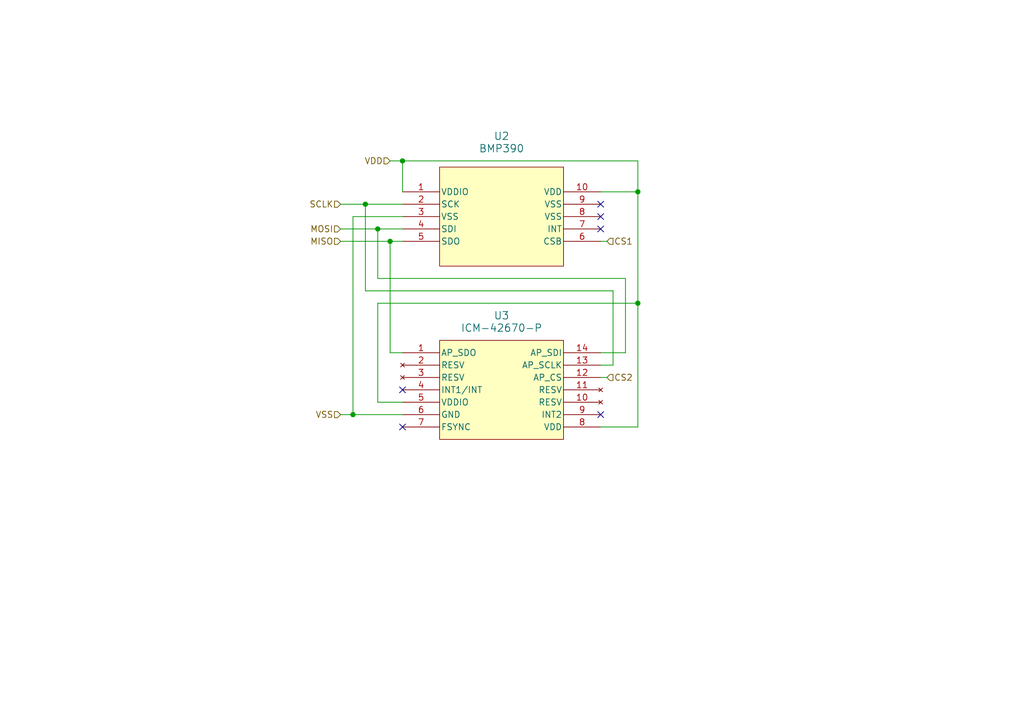
<source format=kicad_sch>
(kicad_sch (version 20250114) (generator "eeschema") (generator_version "9.0")
  (paper "A5")
  (lib_symbols
    (symbol "BMP390:BMP390" (pin_names (offset 0.254))
      (property "Reference" "U3" (at 20.32 10.16 0))
      (property "Value" "BMP390" (at 20.32 7.62 0))
      (symbol "BMP390_0_1"
        (pin power_in line (at 0 0 0) (length 7.62) (name "VDDIO") (number "1"))
        (pin input line (at 0 -2.54 0) (length 7.62) (name "SCK") (number "2"))
        (pin power_out line (at 0 -5.08 0) (length 7.62) (name "VSS") (number "3"))
        (pin bidirectional line (at 0 -7.62 0) (length 7.62) (name "SDI") (number "4"))
        (pin bidirectional line (at 0 -10.16 0) (length 7.62) (name "SDO") (number "5"))
        (pin power_in line (at 40.64 0 180) (length 7.62) (name "VDD") (number "10"))
        (pin power_out line (at 40.64 -2.54 180) (length 7.62) (name "VSS") (number "9"))
        (pin power_out line (at 40.64 -5.08 180) (length 7.62) (name "VSS") (number "8"))
        (pin input line (at 40.64 -7.62 180) (length 7.62) (name "INT") (number "7"))
        (pin input line (at 40.64 -10.16 180) (length 7.62) (name "CSB") (number "6"))
      )
      (symbol "BMP390_1_1"
        (rectangle (start 7.62 5.08) (end 33.02 -15.24) (fill (type color) (color 255 255 194 1)))
      )
    )
    (symbol "ICM-42670-P:ICM-42670-P" (pin_names (offset 0.254))
      (property "Reference" "U" (at 12.7 4.064 0))
      (property "Value" "ICM-42670-P" (at 12.7 1.524 0))
      (symbol "ICM-42670-P_0_1"
        (pin no_connect line (at -7.62 -5.08 0) (length 7.62) (name "RESV") (number "2"))
        (pin no_connect line (at -7.62 -7.62 0) (length 7.62) (name "RESV") (number "3"))
        (pin output line (at -7.62 -10.16 0) (length 7.62) (name "INT1/INT") (number "4"))
        (pin power_in line (at -7.62 -12.7 0) (length 7.62) (name "VDDIO") (number "5"))
        (pin power_out line (at -7.62 -15.24 0) (length 7.62) (name "GND") (number "6"))
        (pin input line (at -7.62 -17.78 0) (length 7.62) (name "FSYNC") (number "7"))
        (pin input line (at 33.02 -7.62 180) (length 7.62) (name "AP_CS") (number "12"))
        (pin no_connect line (at 33.02 -10.16 180) (length 7.62) (name "RESV") (number "11"))
        (pin no_connect line (at 33.02 -12.7 180) (length 7.62) (name "RESV") (number "10"))
        (pin output line (at 33.02 -15.24 180) (length 7.62) (name "INT2") (number "9"))
      )
      (symbol "ICM-42670-P_1_1"
        (rectangle (start 0 0) (end 25.3999 -20.32) (fill (type color) (color 255 255 194 1)))
        (pin bidirectional line (at -7.62 -2.54 0) (length 7.62) (name "AP_SDO") (number "1"))
        (pin bidirectional line (at 33.02 -2.54 180) (length 7.62) (name "AP_SDI") (number "14"))
        (pin bidirectional line (at 33.02 -5.08 180) (length 7.62) (name "AP_SCLK") (number "13"))
        (pin input line (at 33.02 -17.78 180) (length 7.62) (name "VDD") (number "8"))
      )
    )
  )
  (junction (at 77.47 46.99))
  (junction (at 130.81 39.37))
  (junction (at 72.39 85.09))
  (junction (at 80.01 49.53))
  (junction (at 82.55 33.02))
  (junction (at 130.81 62.23))
  (junction (at 74.93 41.91))
  (no_connect (at 123.19 44.45))
  (no_connect (at 82.55 80.01))
  (no_connect (at 82.55 87.63))
  (no_connect (at 123.19 41.91))
  (no_connect (at 123.19 85.09))
  (no_connect (at 123.19 46.99))
  (wire (pts (xy 74.93 59.69) (xy 74.93 41.91)))
  (wire (pts (xy 128.27 72.39) (xy 123.19 72.39)))
  (wire (pts (xy 82.55 39.37) (xy 82.55 33.02)))
  (wire (pts (xy 72.39 44.45) (xy 72.39 85.09)))
  (wire (pts (xy 82.55 33.02) (xy 130.81 33.02)))
  (wire (pts (xy 69.85 46.99) (xy 77.47 46.99)))
  (wire (pts (xy 77.47 57.15) (xy 128.27 57.15)))
  (wire (pts (xy 123.19 87.63) (xy 130.81 87.63)))
  (wire (pts (xy 74.93 41.91) (xy 82.55 41.91)))
  (wire (pts (xy 80.01 49.53) (xy 82.55 49.53)))
  (wire (pts (xy 123.19 49.53) (xy 124.46 49.53)))
  (wire (pts (xy 123.19 77.47) (xy 124.46 77.47)))
  (wire (pts (xy 125.73 74.93) (xy 125.73 59.69)))
  (wire (pts (xy 130.81 87.63) (xy 130.81 62.23)))
  (wire (pts (xy 77.47 62.23) (xy 130.81 62.23)))
  (wire (pts (xy 77.47 82.55) (xy 77.47 62.23)))
  (wire (pts (xy 130.81 39.37) (xy 123.19 39.37)))
  (wire (pts (xy 77.47 46.99) (xy 77.47 57.15)))
  (wire (pts (xy 80.01 72.39) (xy 80.01 49.53)))
  (wire (pts (xy 125.73 59.69) (xy 74.93 59.69)))
  (wire (pts (xy 130.81 62.23) (xy 130.81 39.37)))
  (wire (pts (xy 123.19 74.93) (xy 125.73 74.93)))
  (wire (pts (xy 69.85 41.91) (xy 74.93 41.91)))
  (wire (pts (xy 82.55 72.39) (xy 80.01 72.39)))
  (wire (pts (xy 72.39 85.09) (xy 82.55 85.09)))
  (wire (pts (xy 128.27 57.15) (xy 128.27 72.39)))
  (wire (pts (xy 77.47 46.99) (xy 82.55 46.99)))
  (wire (pts (xy 80.01 33.02) (xy 82.55 33.02)))
  (wire (pts (xy 82.55 44.45) (xy 72.39 44.45)))
  (wire (pts (xy 69.85 49.53) (xy 80.01 49.53)))
  (wire (pts (xy 69.85 85.09) (xy 72.39 85.09)))
  (wire (pts (xy 82.55 82.55) (xy 77.47 82.55)))
  (wire (pts (xy 130.81 33.02) (xy 130.81 39.37)))
  (hierarchical_label "CS1" (shape input) (at 124.46 49.53 0))
  (hierarchical_label "CS2" (shape input) (at 124.46 77.47 0))
  (hierarchical_label "VDD" (shape input) (at 80.01 33.02 180))
  (hierarchical_label "SCLK" (shape input) (at 69.85 41.91 180))
  (hierarchical_label "MOSI" (shape input) (at 69.85 46.99 180))
  (hierarchical_label "MISO" (shape input) (at 69.85 49.53 180))
  (hierarchical_label "VSS" (shape input) (at 69.85 85.09 180))
  (symbol (lib_id "BMP390:BMP390") (at 82.55 39.37 0) (unit 1)
    (property "Reference" "U2" (at 102.87 27.94 0) (effects (font (size 1.524 1.524))))
    (property "Value" "BMP390" (at 102.87 30.48 0) (effects (font (size 1.524 1.524))))
    (property "Footprint" "BMP390:10LGA_2X2X0p75_BOS" (effects (hide yes)))
    (property "Datasheet" "BMP390" (effects (hide yes)))
  )
  (symbol (lib_id "ICM-42670-P:ICM-42670-P") (at 90.17 69.85 0) (unit 1)
    (property "Reference" "U3" (at 102.87 64.77 0) (effects (font (size 1.524 1.524))))
    (property "Value" "ICM-42670-P" (at 102.87 67.31 0) (effects (font (size 1.524 1.524))))
    (property "Footprint" "ICM-42670-P:LGA14_2.5X3X0.76_IVS" (effects (hide yes)))
    (property "Datasheet" "ICM-42670-P" (effects (hide yes)))
  )
)
</source>
